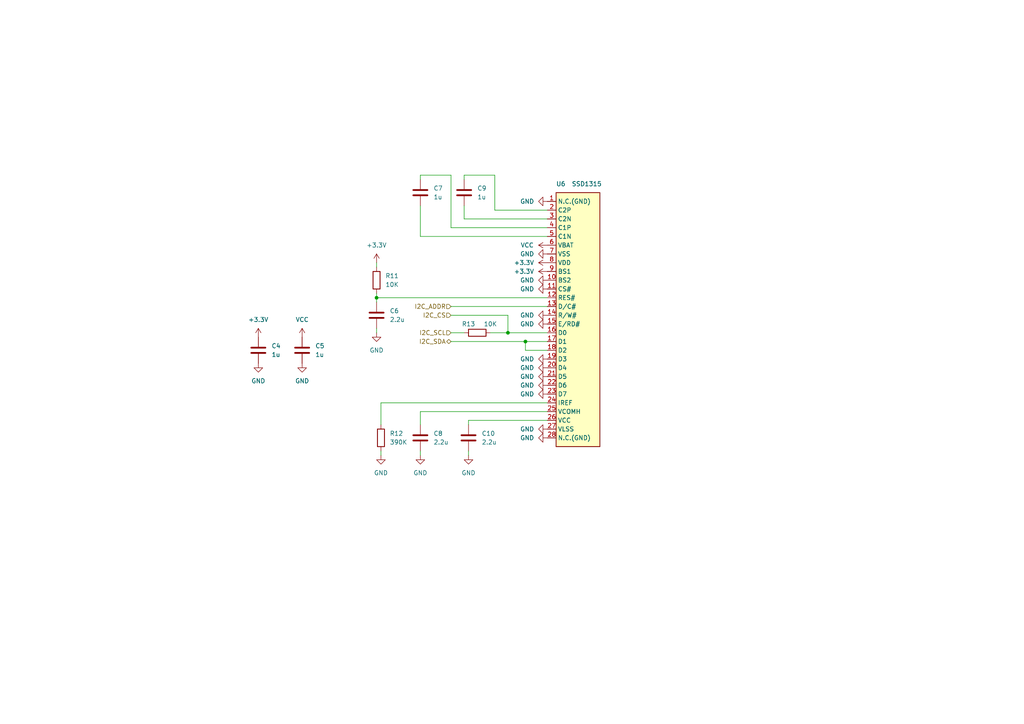
<source format=kicad_sch>
(kicad_sch (version 20231120) (generator "eeschema") (generator_version "8.0")
  (paper "A4")
  (lib_symbols
    (symbol "Device:C" (pin_numbers hide) (pin_names (offset 0.254))
      (property "Reference" "C" (at 0.635 2.54 0))
      (property "Value" "C" (at 0.635 -2.54 0))
      (symbol "C_0_1"
        (polyline (pts (xy -2.032 -0.762) (xy 2.032 -0.762)) (stroke (width 0.508)))
        (polyline (pts (xy -2.032 0.762) (xy 2.032 0.762)) (stroke (width 0.508)))
      )
      (symbol "C_1_1"
        (pin passive line (at 0 3.81 270) (length 2.794) (name "~") (number "1"))
        (pin passive line (at 0 -3.81 90) (length 2.794) (name "~") (number "2"))
      )
    )
    (symbol "Device:R" (pin_numbers hide) (pin_names (offset 0))
      (property "Reference" "R" (at 2.032 0 90))
      (property "Value" "R" (at 0 0 90))
      (symbol "R_0_1"
        (rectangle (start -1.016 -2.54) (end 1.016 2.54) (stroke (width 0.254)))
      )
      (symbol "R_1_1"
        (pin passive line (at 0 3.81 270) (length 1.27) (name "~") (number "1"))
        (pin passive line (at 0 -3.81 90) (length 1.27) (name "~") (number "2"))
      )
    )
    (symbol "lib:SSD1315_0_66in_28pin"
      (property "Reference" "U" (at -1.27 1.27 0))
      (property "Value" "SSD1315" (at 8.89 1.27 0))
      (symbol "SSD1315_0_66in_28pin_0_1"
        (rectangle (start 0 0) (end 12.7 -73.66) (stroke (width 0.254)) (fill (type background)))
      )
      (symbol "SSD1315_0_66in_28pin_1_1"
        (pin bidirectional line (at -2.54 -2.54 0) (length 2.54) (name "N.C.(GND)") (number "1"))
        (pin bidirectional line (at -2.54 -25.4 0) (length 2.54) (name "BS2") (number "10"))
        (pin bidirectional line (at -2.54 -27.94 0) (length 2.54) (name "CS#") (number "11"))
        (pin bidirectional line (at -2.54 -30.48 0) (length 2.54) (name "RES#") (number "12"))
        (pin bidirectional line (at -2.54 -33.02 0) (length 2.54) (name "D/C#") (number "13"))
        (pin bidirectional line (at -2.54 -35.56 0) (length 2.54) (name "R/W#") (number "14"))
        (pin bidirectional line (at -2.54 -38.1 0) (length 2.54) (name "E/RD#") (number "15"))
        (pin bidirectional line (at -2.54 -40.64 0) (length 2.54) (name "D0") (number "16"))
        (pin bidirectional line (at -2.54 -43.18 0) (length 2.54) (name "D1") (number "17"))
        (pin bidirectional line (at -2.54 -45.72 0) (length 2.54) (name "D2") (number "18"))
        (pin bidirectional line (at -2.54 -48.26 0) (length 2.54) (name "D3") (number "19"))
        (pin bidirectional line (at -2.54 -5.08 0) (length 2.54) (name "C2P") (number "2"))
        (pin bidirectional line (at -2.54 -50.8 0) (length 2.54) (name "D4") (number "20"))
        (pin bidirectional line (at -2.54 -53.34 0) (length 2.54) (name "D5") (number "21"))
        (pin bidirectional line (at -2.54 -55.88 0) (length 2.54) (name "D6") (number "22"))
        (pin bidirectional line (at -2.54 -58.42 0) (length 2.54) (name "D7") (number "23"))
        (pin bidirectional line (at -2.54 -60.96 0) (length 2.54) (name "IREF") (number "24"))
        (pin bidirectional line (at -2.54 -63.5 0) (length 2.54) (name "VCOMH") (number "25"))
        (pin bidirectional line (at -2.54 -66.04 0) (length 2.54) (name "VCC") (number "26"))
        (pin bidirectional line (at -2.54 -68.58 0) (length 2.54) (name "VLSS") (number "27"))
        (pin bidirectional line (at -2.54 -71.12 0) (length 2.54) (name "N.C.(GND)") (number "28"))
        (pin bidirectional line (at -2.54 -7.62 0) (length 2.54) (name "C2N") (number "3"))
        (pin bidirectional line (at -2.54 -10.16 0) (length 2.54) (name "C1P") (number "4"))
        (pin bidirectional line (at -2.54 -12.7 0) (length 2.54) (name "C1N") (number "5"))
        (pin bidirectional line (at -2.54 -15.24 0) (length 2.54) (name "VBAT") (number "6"))
        (pin bidirectional line (at -2.54 -17.78 0) (length 2.54) (name "VSS") (number "7"))
        (pin bidirectional line (at -2.54 -20.32 0) (length 2.54) (name "VDD") (number "8"))
        (pin bidirectional line (at -2.54 -22.86 0) (length 2.54) (name "BS1") (number "9"))
      )
    )
    (symbol "power:+3.3V" (power) (pin_names (offset 0))
      (property "Value" "+3.3V" (at 0 3.556 0))
      (symbol "+3.3V_0_1"
        (polyline (pts (xy -0.762 1.27) (xy 0 2.54)))
        (polyline (pts (xy 0 0) (xy 0 2.54)))
        (polyline (pts (xy 0 2.54) (xy 0.762 1.27)))
      )
      (symbol "+3.3V_1_1"
        (pin power_in line (at 0 0 90) (length 0) hide (name "+3.3V") (number "1"))
      )
    )
    (symbol "power:GND" (power) (pin_names (offset 0))
      (property "Value" "GND" (at 0 -3.81 0))
      (symbol "GND_0_1"
        (polyline (pts (xy 0 0) (xy 0 -1.27) (xy 1.27 -1.27) (xy 0 -2.54) (xy -1.27 -1.27) (xy 0 -1.27)))
      )
      (symbol "GND_1_1"
        (pin power_in line (at 0 0 270) (length 0) hide (name "GND") (number "1"))
      )
    )
    (symbol "power:VCC" (power) (pin_names (offset 0))
      (property "Value" "VCC" (at 0 3.81 0))
      (symbol "VCC_0_1"
        (polyline (pts (xy -0.762 1.27) (xy 0 2.54)))
        (polyline (pts (xy 0 0) (xy 0 2.54)))
        (polyline (pts (xy 0 2.54) (xy 0.762 1.27)))
      )
      (symbol "VCC_1_1"
        (pin power_in line (at 0 0 90) (length 0) hide (name "VCC") (number "1"))
      )
    )
  )
  (junction (at 109.22 86.36))
  (junction (at 147.32 96.52))
  (junction (at 152.4 99.06))
  (wire (pts (xy 134.62 59.69) (xy 134.62 63.5)))
  (wire (pts (xy 130.81 50.8) (xy 121.92 50.8)))
  (wire (pts (xy 134.62 50.8) (xy 143.51 50.8)))
  (wire (pts (xy 121.92 130.81) (xy 121.92 132.08)))
  (wire (pts (xy 134.62 52.07) (xy 134.62 50.8)))
  (wire (pts (xy 121.92 68.58) (xy 121.92 59.69)))
  (wire (pts (xy 152.4 101.6) (xy 152.4 99.06)))
  (wire (pts (xy 130.81 88.9) (xy 158.75 88.9)))
  (wire (pts (xy 142.24 96.52) (xy 147.32 96.52)))
  (wire (pts (xy 152.4 99.06) (xy 158.75 99.06)))
  (wire (pts (xy 143.51 50.8) (xy 143.51 60.96)))
  (wire (pts (xy 130.81 96.52) (xy 134.62 96.52)))
  (wire (pts (xy 130.81 91.44) (xy 147.32 91.44)))
  (wire (pts (xy 143.51 60.96) (xy 158.75 60.96)))
  (wire (pts (xy 158.75 101.6) (xy 152.4 101.6)))
  (wire (pts (xy 121.92 50.8) (xy 121.92 52.07)))
  (wire (pts (xy 109.22 95.25) (xy 109.22 96.52)))
  (wire (pts (xy 134.62 63.5) (xy 158.75 63.5)))
  (wire (pts (xy 121.92 68.58) (xy 158.75 68.58)))
  (wire (pts (xy 135.89 123.19) (xy 135.89 121.92)))
  (wire (pts (xy 121.92 123.19) (xy 121.92 119.38)))
  (wire (pts (xy 135.89 121.92) (xy 158.75 121.92)))
  (wire (pts (xy 109.22 76.2) (xy 109.22 77.47)))
  (wire (pts (xy 110.49 132.08) (xy 110.49 130.81)))
  (wire (pts (xy 147.32 91.44) (xy 147.32 96.52)))
  (wire (pts (xy 130.81 66.04) (xy 130.81 50.8)))
  (wire (pts (xy 109.22 86.36) (xy 109.22 87.63)))
  (wire (pts (xy 130.81 66.04) (xy 158.75 66.04)))
  (wire (pts (xy 109.22 86.36) (xy 158.75 86.36)))
  (wire (pts (xy 121.92 119.38) (xy 158.75 119.38)))
  (wire (pts (xy 110.49 116.84) (xy 110.49 123.19)))
  (wire (pts (xy 147.32 96.52) (xy 158.75 96.52)))
  (wire (pts (xy 109.22 85.09) (xy 109.22 86.36)))
  (wire (pts (xy 158.75 116.84) (xy 110.49 116.84)))
  (wire (pts (xy 130.81 99.06) (xy 152.4 99.06)))
  (wire (pts (xy 135.89 130.81) (xy 135.89 132.08)))
  (hierarchical_label "I2C_SDA" (shape bidirectional) (at 130.81 99.06 180))
  (hierarchical_label "I2C_SCL" (shape input) (at 130.81 96.52 180))
  (hierarchical_label "I2C_ADDR" (shape input) (at 130.81 88.9 180))
  (hierarchical_label "I2C_CS" (shape input) (at 130.81 91.44 180))
  (symbol (lib_id "power:GND") (at 158.75 124.46 270) (unit 1)
    (property "Reference" "#PWR058" (effects (hide yes)))
    (property "Value" "GND" (at 154.94 124.46 90) (effects (justify right)))
    (instances (project "AudMix" (path "" (reference "#PWR058") (unit 1)) (path "" (reference "#PWR083") (unit 1)) (path "" (reference "#PWR0108") (unit 1)) (path "" (reference "#PWR0133") (unit 1)) (path "" (reference "#PWR0158") (unit 1))))
  )
  (symbol (lib_id "Device:R") (at 110.49 127 0) (unit 1)
    (property "Reference" "R12" (at 113.03 125.73 0) (effects (justify left)))
    (property "Value" "390K" (at 113.03 128.27 0) (effects (justify left)))
    (property "Footprint" "Resistor_SMD:R_0603_1608Metric_Pad0.98x0.95mm_HandSolder" (effects (hide yes)))
    (instances (project "AudMix" (path "" (reference "R12") (unit 1)) (path "" (reference "R15") (unit 1)) (path "" (reference "R18") (unit 1)) (path "" (reference "R21") (unit 1)) (path "" (reference "R24") (unit 1))))
  )
  (symbol (lib_id "Device:C") (at 121.92 127 0) (unit 1)
    (property "Reference" "C8" (at 125.73 125.73 0) (effects (justify left)))
    (property "Value" "2.2u" (at 125.73 128.27 0) (effects (justify left)))
    (property "Footprint" "Capacitor_SMD:C_0603_1608Metric_Pad1.08x0.95mm_HandSolder" (effects (hide yes)))
    (instances (project "AudMix" (path "" (reference "C8") (unit 1)) (path "" (reference "C15") (unit 1)) (path "" (reference "C22") (unit 1)) (path "" (reference "C29") (unit 1)) (path "" (reference "C36") (unit 1))))
  )
  (symbol (lib_id "Device:C") (at 134.62 55.88 0) (unit 1)
    (property "Reference" "C9" (at 138.43 54.61 0) (effects (justify left)))
    (property "Value" "1u" (at 138.43 57.15 0) (effects (justify left)))
    (property "Footprint" "Capacitor_SMD:C_0603_1608Metric_Pad1.08x0.95mm_HandSolder" (effects (hide yes)))
    (instances (project "AudMix" (path "" (reference "C9") (unit 1)) (path "" (reference "C16") (unit 1)) (path "" (reference "C23") (unit 1)) (path "" (reference "C30") (unit 1)) (path "" (reference "C37") (unit 1))))
  )
  (symbol (lib_id "power:VCC") (at 158.75 71.12 90) (unit 1)
    (property "Reference" "#PWR045" (effects (hide yes)))
    (property "Value" "VCC" (at 154.8246 71.12 90) (effects (justify left)))
    (instances (project "AudMix" (path "" (reference "#PWR045") (unit 1)) (path "" (reference "#PWR070") (unit 1)) (path "" (reference "#PWR095") (unit 1)) (path "" (reference "#PWR0120") (unit 1)) (path "" (reference "#PWR0145") (unit 1))))
  )
  (symbol (lib_id "power:GND") (at 158.75 83.82 270) (unit 1)
    (property "Reference" "#PWR050" (effects (hide yes)))
    (property "Value" "GND" (at 154.94 83.82 90) (effects (justify right)))
    (instances (project "AudMix" (path "" (reference "#PWR050") (unit 1)) (path "" (reference "#PWR075") (unit 1)) (path "" (reference "#PWR0100") (unit 1)) (path "" (reference "#PWR0125") (unit 1)) (path "" (reference "#PWR0150") (unit 1))))
  )
  (symbol (lib_id "power:GND") (at 110.49 132.08 0) (unit 1)
    (property "Reference" "#PWR041" (effects (hide yes)))
    (property "Value" "GND" (at 110.49 137.16 0))
    (instances (project "AudMix" (path "" (reference "#PWR041") (unit 1)) (path "" (reference "#PWR066") (unit 1)) (path "" (reference "#PWR091") (unit 1)) (path "" (reference "#PWR0116") (unit 1)) (path "" (reference "#PWR0141") (unit 1))))
  )
  (symbol (lib_id "power:GND") (at 158.75 111.76 270) (unit 1)
    (property "Reference" "#PWR056" (effects (hide yes)))
    (property "Value" "GND" (at 154.94 111.76 90) (effects (justify right)))
    (instances (project "AudMix" (path "" (reference "#PWR056") (unit 1)) (path "" (reference "#PWR081") (unit 1)) (path "" (reference "#PWR0106") (unit 1)) (path "" (reference "#PWR0131") (unit 1)) (path "" (reference "#PWR0156") (unit 1))))
  )
  (symbol (lib_id "power:+3.3V") (at 158.75 76.2 90) (unit 1)
    (property "Reference" "#PWR047" (effects (hide yes)))
    (property "Value" "+3.3V" (at 154.94 76.2 90) (effects (justify left)))
    (instances (project "AudMix" (path "" (reference "#PWR047") (unit 1)) (path "" (reference "#PWR072") (unit 1)) (path "" (reference "#PWR097") (unit 1)) (path "" (reference "#PWR0122") (unit 1)) (path "" (reference "#PWR0147") (unit 1))))
  )
  (symbol (lib_id "power:GND") (at 158.75 127 270) (unit 1)
    (property "Reference" "#PWR059" (effects (hide yes)))
    (property "Value" "GND" (at 154.94 127 90) (effects (justify right)))
    (instances (project "AudMix" (path "" (reference "#PWR059") (unit 1)) (path "" (reference "#PWR084") (unit 1)) (path "" (reference "#PWR0109") (unit 1)) (path "" (reference "#PWR0134") (unit 1)) (path "" (reference "#PWR0159") (unit 1))))
  )
  (symbol (lib_id "Device:C") (at 135.89 127 0) (unit 1)
    (property "Reference" "C10" (at 139.7 125.73 0) (effects (justify left)))
    (property "Value" "2.2u" (at 139.7 128.27 0) (effects (justify left)))
    (property "Footprint" "Capacitor_SMD:C_0603_1608Metric_Pad1.08x0.95mm_HandSolder" (effects (hide yes)))
    (instances (project "AudMix" (path "" (reference "C10") (unit 1)) (path "" (reference "C17") (unit 1)) (path "" (reference "C24") (unit 1)) (path "" (reference "C31") (unit 1)) (path "" (reference "C38") (unit 1))))
  )
  (symbol (lib_id "power:GND") (at 74.93 105.41 0) (unit 1)
    (property "Reference" "#PWR036" (effects (hide yes)))
    (property "Value" "GND" (at 74.93 110.49 0))
    (instances (project "AudMix" (path "" (reference "#PWR036") (unit 1)) (path "" (reference "#PWR061") (unit 1)) (path "" (reference "#PWR086") (unit 1)) (path "" (reference "#PWR0111") (unit 1)) (path "" (reference "#PWR0136") (unit 1))))
  )
  (symbol (lib_id "power:+3.3V") (at 158.75 78.74 90) (unit 1)
    (property "Reference" "#PWR048" (effects (hide yes)))
    (property "Value" "+3.3V" (at 154.94 78.74 90) (effects (justify left)))
    (instances (project "AudMix" (path "" (reference "#PWR048") (unit 1)) (path "" (reference "#PWR073") (unit 1)) (path "" (reference "#PWR098") (unit 1)) (path "" (reference "#PWR0123") (unit 1)) (path "" (reference "#PWR0148") (unit 1))))
  )
  (symbol (lib_id "Device:C") (at 74.93 101.6 0) (unit 1)
    (property "Reference" "C4" (at 78.74 100.33 0) (effects (justify left)))
    (property "Value" "1u" (at 78.74 102.87 0) (effects (justify left)))
    (property "Footprint" "Capacitor_SMD:C_0603_1608Metric_Pad1.08x0.95mm_HandSolder" (effects (hide yes)))
    (instances (project "AudMix" (path "" (reference "C4") (unit 1)) (path "" (reference "C11") (unit 1)) (path "" (reference "C18") (unit 1)) (path "" (reference "C25") (unit 1)) (path "" (reference "C32") (unit 1))))
  )
  (symbol (lib_id "Device:C") (at 109.22 91.44 0) (unit 1)
    (property "Reference" "C6" (at 113.03 90.17 0) (effects (justify left)))
    (property "Value" "2.2u" (at 113.03 92.71 0) (effects (justify left)))
    (property "Footprint" "Capacitor_SMD:C_0603_1608Metric_Pad1.08x0.95mm_HandSolder" (effects (hide yes)))
    (instances (project "AudMix" (path "" (reference "C6") (unit 1)) (path "" (reference "C13") (unit 1)) (path "" (reference "C20") (unit 1)) (path "" (reference "C27") (unit 1)) (path "" (reference "C34") (unit 1))))
  )
  (symbol (lib_id "power:GND") (at 87.63 105.41 0) (unit 1)
    (property "Reference" "#PWR038" (effects (hide yes)))
    (property "Value" "GND" (at 87.63 110.49 0))
    (instances (project "AudMix" (path "" (reference "#PWR038") (unit 1)) (path "" (reference "#PWR063") (unit 1)) (path "" (reference "#PWR088") (unit 1)) (path "" (reference "#PWR0113") (unit 1)) (path "" (reference "#PWR0138") (unit 1))))
  )
  (symbol (lib_id "lib:SSD1315_0_66in_28pin") (at 161.29 55.88 0) (unit 1)
    (property "Reference" "U6" (at 161.29 53.34 0) (effects (justify left)))
    (property "Value" "SSD1315" (at 170.18 53.34 0))
    (property "Footprint" "Lib:0.66_OLED" (effects (hide yes)))
    (instances (project "AudMix" (path "" (reference "U6") (unit 1)) (path "" (reference "U7") (unit 1)) (path "" (reference "U8") (unit 1)) (path "" (reference "U9") (unit 1)) (path "" (reference "U10") (unit 1))))
  )
  (symbol (lib_id "Device:R") (at 138.43 96.52 270) (unit 1)
    (property "Reference" "R13" (at 135.89 93.98 90))
    (property "Value" "10K" (at 142.24 93.98 90))
    (property "Footprint" "Resistor_SMD:R_0603_1608Metric_Pad0.98x0.95mm_HandSolder" (effects (hide yes)))
    (instances (project "AudMix" (path "" (reference "R13") (unit 1)) (path "" (reference "R16") (unit 1)) (path "" (reference "R19") (unit 1)) (path "" (reference "R22") (unit 1)) (path "" (reference "R25") (unit 1))))
  )
  (symbol (lib_id "power:GND") (at 158.75 106.68 270) (unit 1)
    (property "Reference" "#PWR054" (effects (hide yes)))
    (property "Value" "GND" (at 154.94 106.68 90) (effects (justify right)))
    (instances (project "AudMix" (path "" (reference "#PWR054") (unit 1)) (path "" (reference "#PWR079") (unit 1)) (path "" (reference "#PWR0104") (unit 1)) (path "" (reference "#PWR0129") (unit 1)) (path "" (reference "#PWR0154") (unit 1))))
  )
  (symbol (lib_id "Device:R") (at 109.22 81.28 0) (unit 1)
    (property "Reference" "R11" (at 111.76 80.01 0) (effects (justify left)))
    (property "Value" "10K" (at 111.76 82.55 0) (effects (justify left)))
    (property "Footprint" "Resistor_SMD:R_0603_1608Metric_Pad0.98x0.95mm_HandSolder" (effects (hide yes)))
    (instances (project "AudMix" (path "" (reference "R11") (unit 1)) (path "" (reference "R14") (unit 1)) (path "" (reference "R17") (unit 1)) (path "" (reference "R20") (unit 1)) (path "" (reference "R23") (unit 1))))
  )
  (symbol (lib_id "power:GND") (at 158.75 73.66 270) (unit 1)
    (property "Reference" "#PWR046" (effects (hide yes)))
    (property "Value" "GND" (at 154.94 73.66 90) (effects (justify right)))
    (instances (project "AudMix" (path "" (reference "#PWR046") (unit 1)) (path "" (reference "#PWR071") (unit 1)) (path "" (reference "#PWR096") (unit 1)) (path "" (reference "#PWR0121") (unit 1)) (path "" (reference "#PWR0146") (unit 1))))
  )
  (symbol (lib_id "power:GND") (at 109.22 96.52 0) (unit 1)
    (property "Reference" "#PWR040" (effects (hide yes)))
    (property "Value" "GND" (at 109.22 101.6 0))
    (instances (project "AudMix" (path "" (reference "#PWR040") (unit 1)) (path "" (reference "#PWR065") (unit 1)) (path "" (reference "#PWR090") (unit 1)) (path "" (reference "#PWR0115") (unit 1)) (path "" (reference "#PWR0140") (unit 1))))
  )
  (symbol (lib_id "power:+3.3V") (at 109.22 76.2 0) (unit 1)
    (property "Reference" "#PWR039" (effects (hide yes)))
    (property "Value" "+3.3V" (at 109.22 71.12 0))
    (instances (project "AudMix" (path "" (reference "#PWR039") (unit 1)) (path "" (reference "#PWR064") (unit 1)) (path "" (reference "#PWR089") (unit 1)) (path "" (reference "#PWR0114") (unit 1)) (path "" (reference "#PWR0139") (unit 1))))
  )
  (symbol (lib_id "power:GND") (at 158.75 114.3 270) (unit 1)
    (property "Reference" "#PWR057" (effects (hide yes)))
    (property "Value" "GND" (at 154.94 114.3 90) (effects (justify right)))
    (instances (project "AudMix" (path "" (reference "#PWR057") (unit 1)) (path "" (reference "#PWR082") (unit 1)) (path "" (reference "#PWR0107") (unit 1)) (path "" (reference "#PWR0132") (unit 1)) (path "" (reference "#PWR0157") (unit 1))))
  )
  (symbol (lib_id "power:+3.3V") (at 74.93 97.79 0) (unit 1)
    (property "Reference" "#PWR035" (effects (hide yes)))
    (property "Value" "+3.3V" (at 74.93 92.71 0))
    (instances (project "AudMix" (path "" (reference "#PWR035") (unit 1)) (path "" (reference "#PWR060") (unit 1)) (path "" (reference "#PWR085") (unit 1)) (path "" (reference "#PWR0110") (unit 1)) (path "" (reference "#PWR0135") (unit 1))))
  )
  (symbol (lib_id "power:GND") (at 158.75 91.44 270) (unit 1)
    (property "Reference" "#PWR051" (effects (hide yes)))
    (property "Value" "GND" (at 154.94 91.44 90) (effects (justify right)))
    (instances (project "AudMix" (path "" (reference "#PWR051") (unit 1)) (path "" (reference "#PWR076") (unit 1)) (path "" (reference "#PWR0101") (unit 1)) (path "" (reference "#PWR0126") (unit 1)) (path "" (reference "#PWR0151") (unit 1))))
  )
  (symbol (lib_id "power:GND") (at 135.89 132.08 0) (unit 1)
    (property "Reference" "#PWR043" (effects (hide yes)))
    (property "Value" "GND" (at 135.89 137.16 0))
    (instances (project "AudMix" (path "" (reference "#PWR043") (unit 1)) (path "" (reference "#PWR068") (unit 1)) (path "" (reference "#PWR093") (unit 1)) (path "" (reference "#PWR0118") (unit 1)) (path "" (reference "#PWR0143") (unit 1))))
  )
  (symbol (lib_id "power:GND") (at 158.75 104.14 270) (unit 1)
    (property "Reference" "#PWR053" (effects (hide yes)))
    (property "Value" "GND" (at 154.94 104.14 90) (effects (justify right)))
    (instances (project "AudMix" (path "" (reference "#PWR053") (unit 1)) (path "" (reference "#PWR078") (unit 1)) (path "" (reference "#PWR0103") (unit 1)) (path "" (reference "#PWR0128") (unit 1)) (path "" (reference "#PWR0153") (unit 1))))
  )
  (symbol (lib_id "Device:C") (at 87.63 101.6 0) (unit 1)
    (property "Reference" "C5" (at 91.44 100.33 0) (effects (justify left)))
    (property "Value" "1u" (at 91.44 102.87 0) (effects (justify left)))
    (property "Footprint" "Capacitor_SMD:C_0603_1608Metric_Pad1.08x0.95mm_HandSolder" (effects (hide yes)))
    (instances (project "AudMix" (path "" (reference "C5") (unit 1)) (path "" (reference "C12") (unit 1)) (path "" (reference "C19") (unit 1)) (path "" (reference "C26") (unit 1)) (path "" (reference "C33") (unit 1))))
  )
  (symbol (lib_id "Device:C") (at 121.92 55.88 0) (unit 1)
    (property "Reference" "C7" (at 125.73 54.61 0) (effects (justify left)))
    (property "Value" "1u" (at 125.73 57.15 0) (effects (justify left)))
    (property "Footprint" "Capacitor_SMD:C_0603_1608Metric_Pad1.08x0.95mm_HandSolder" (effects (hide yes)))
    (instances (project "AudMix" (path "" (reference "C7") (unit 1)) (path "" (reference "C14") (unit 1)) (path "" (reference "C21") (unit 1)) (path "" (reference "C28") (unit 1)) (path "" (reference "C35") (unit 1))))
  )
  (symbol (lib_id "power:GND") (at 158.75 58.42 270) (unit 1)
    (property "Reference" "#PWR044" (effects (hide yes)))
    (property "Value" "GND" (at 154.94 58.42 90) (effects (justify right)))
    (instances (project "AudMix" (path "" (reference "#PWR044") (unit 1)) (path "" (reference "#PWR069") (unit 1)) (path "" (reference "#PWR094") (unit 1)) (path "" (reference "#PWR0119") (unit 1)) (path "" (reference "#PWR0144") (unit 1))))
  )
  (symbol (lib_id "power:GND") (at 121.92 132.08 0) (unit 1)
    (property "Reference" "#PWR042" (effects (hide yes)))
    (property "Value" "GND" (at 121.92 137.16 0))
    (instances (project "AudMix" (path "" (reference "#PWR042") (unit 1)) (path "" (reference "#PWR067") (unit 1)) (path "" (reference "#PWR092") (unit 1)) (path "" (reference "#PWR0117") (unit 1)) (path "" (reference "#PWR0142") (unit 1))))
  )
  (symbol (lib_id "power:VCC") (at 87.63 97.79 0) (unit 1)
    (property "Reference" "#PWR037" (effects (hide yes)))
    (property "Value" "VCC" (at 87.63 92.71 0))
    (instances (project "AudMix" (path "" (reference "#PWR037") (unit 1)) (path "" (reference "#PWR062") (unit 1)) (path "" (reference "#PWR087") (unit 1)) (path "" (reference "#PWR0112") (unit 1)) (path "" (reference "#PWR0137") (unit 1))))
  )
  (symbol (lib_id "power:GND") (at 158.75 81.28 270) (unit 1)
    (property "Reference" "#PWR049" (effects (hide yes)))
    (property "Value" "GND" (at 154.94 81.28 90) (effects (justify right)))
    (instances (project "AudMix" (path "" (reference "#PWR049") (unit 1)) (path "" (reference "#PWR074") (unit 1)) (path "" (reference "#PWR099") (unit 1)) (path "" (reference "#PWR0124") (unit 1)) (path "" (reference "#PWR0149") (unit 1))))
  )
  (symbol (lib_id "power:GND") (at 158.75 93.98 270) (unit 1)
    (property "Reference" "#PWR052" (effects (hide yes)))
    (property "Value" "GND" (at 154.94 93.98 90) (effects (justify right)))
    (instances (project "AudMix" (path "" (reference "#PWR052") (unit 1)) (path "" (reference "#PWR077") (unit 1)) (path "" (reference "#PWR0102") (unit 1)) (path "" (reference "#PWR0127") (unit 1)) (path "" (reference "#PWR0152") (unit 1))))
  )
  (symbol (lib_id "power:GND") (at 158.75 109.22 270) (unit 1)
    (property "Reference" "#PWR055" (effects (hide yes)))
    (property "Value" "GND" (at 154.94 109.22 90) (effects (justify right)))
    (instances (project "AudMix" (path "" (reference "#PWR055") (unit 1)) (path "" (reference "#PWR080") (unit 1)) (path "" (reference "#PWR0105") (unit 1)) (path "" (reference "#PWR0130") (unit 1)) (path "" (reference "#PWR0155") (unit 1))))
  )
)
</source>
